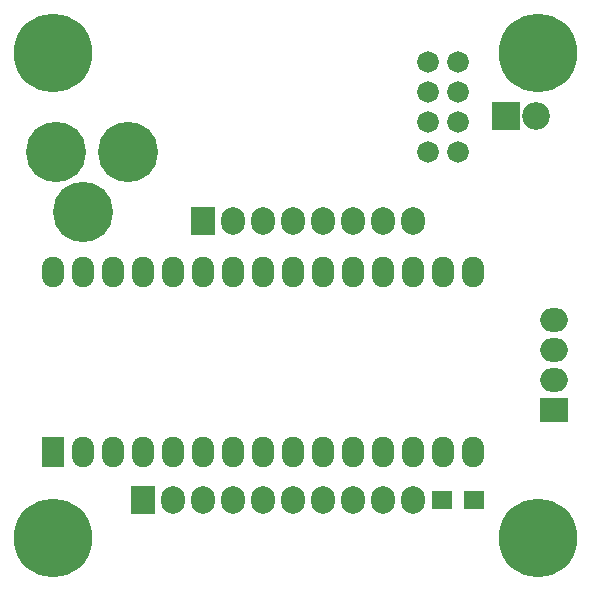
<source format=gts>
G04 #@! TF.FileFunction,Soldermask,Top*
%FSLAX46Y46*%
G04 Gerber Fmt 4.6, Leading zero omitted, Abs format (unit mm)*
G04 Created by KiCad (PCBNEW (after 2015-mar-04 BZR unknown)-product) date 7/24/2015 5:09:29 PM*
%MOMM*%
G01*
G04 APERTURE LIST*
%ADD10C,0.150000*%
%ADD11C,6.654800*%
%ADD12R,1.804800X1.604800*%
%ADD13R,2.336800X2.032000*%
%ADD14O,2.336800X2.032000*%
%ADD15R,1.879600X2.590800*%
%ADD16O,1.879600X2.590800*%
%ADD17C,5.105400*%
%ADD18C,1.828800*%
%ADD19R,2.032000X2.336800*%
%ADD20O,2.032000X2.336800*%
%ADD21R,2.336800X2.336800*%
%ADD22O,2.336800X2.336800*%
G04 APERTURE END LIST*
D10*
D11*
X14000000Y-55000000D03*
X55000000Y-55000000D03*
X55000000Y-14000000D03*
X14000000Y-14000000D03*
D12*
X49610000Y-51816000D03*
X46910000Y-51816000D03*
D13*
X56388000Y-44196000D03*
D14*
X56388000Y-41656000D03*
X56388000Y-39116000D03*
X56388000Y-36576000D03*
D15*
X13970000Y-47752000D03*
D16*
X16510000Y-47752000D03*
X19050000Y-47752000D03*
X21590000Y-47752000D03*
X24130000Y-47752000D03*
X26670000Y-47752000D03*
X29210000Y-47752000D03*
X31750000Y-47752000D03*
X34290000Y-47752000D03*
X36830000Y-47752000D03*
X39370000Y-47752000D03*
X41910000Y-47752000D03*
X44450000Y-47752000D03*
X46990000Y-47752000D03*
X49530000Y-47752000D03*
X49530000Y-32512000D03*
X46990000Y-32512000D03*
X44450000Y-32512000D03*
X41910000Y-32512000D03*
X39370000Y-32512000D03*
X36830000Y-32512000D03*
X34290000Y-32512000D03*
X31750000Y-32512000D03*
X29210000Y-32512000D03*
X26670000Y-32512000D03*
X24130000Y-32512000D03*
X21590000Y-32512000D03*
X19050000Y-32512000D03*
X16510000Y-32512000D03*
X13970000Y-32512000D03*
D17*
X14224000Y-22352000D03*
X20320000Y-22352000D03*
X16510000Y-27432000D03*
D18*
X48260000Y-22352000D03*
X45720000Y-22352000D03*
X48260000Y-19812000D03*
X45720000Y-19812000D03*
X48260000Y-17272000D03*
X45720000Y-17272000D03*
X48260000Y-14732000D03*
X45720000Y-14732000D03*
D19*
X21590000Y-51816000D03*
D20*
X24130000Y-51816000D03*
X26670000Y-51816000D03*
X29210000Y-51816000D03*
X31750000Y-51816000D03*
X34290000Y-51816000D03*
X36830000Y-51816000D03*
X39370000Y-51816000D03*
X41910000Y-51816000D03*
X44450000Y-51816000D03*
D19*
X26670000Y-28194000D03*
D20*
X29210000Y-28194000D03*
X31750000Y-28194000D03*
X34290000Y-28194000D03*
X36830000Y-28194000D03*
X39370000Y-28194000D03*
X41910000Y-28194000D03*
X44450000Y-28194000D03*
D21*
X52324000Y-19304000D03*
D22*
X54864000Y-19304000D03*
M02*

</source>
